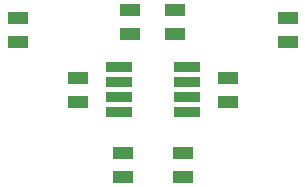
<source format=gts>
G04 (created by PCBNEW (2013-05-16 BZR 4016)-stable) date 5/21/2013 11:08:07 PM*
%MOIN*%
G04 Gerber Fmt 3.4, Leading zero omitted, Abs format*
%FSLAX34Y34*%
G01*
G70*
G90*
G04 APERTURE LIST*
%ADD10C,0.00590551*%
%ADD11R,0.085X0.035*%
%ADD12R,0.07X0.04*%
G04 APERTURE END LIST*
G54D10*
G54D11*
X-1125Y1250D03*
X-1125Y750D03*
X-1125Y250D03*
X-1125Y-250D03*
X1125Y-250D03*
X1125Y250D03*
X1125Y750D03*
X1125Y1250D03*
G54D12*
X-1000Y-1600D03*
X-1000Y-2400D03*
X1000Y-1600D03*
X1000Y-2400D03*
X-4500Y2100D03*
X-4500Y2900D03*
X4500Y2100D03*
X4500Y2900D03*
X750Y2350D03*
X750Y3150D03*
X-750Y3150D03*
X-750Y2350D03*
X-2500Y100D03*
X-2500Y900D03*
X2500Y100D03*
X2500Y900D03*
M02*

</source>
